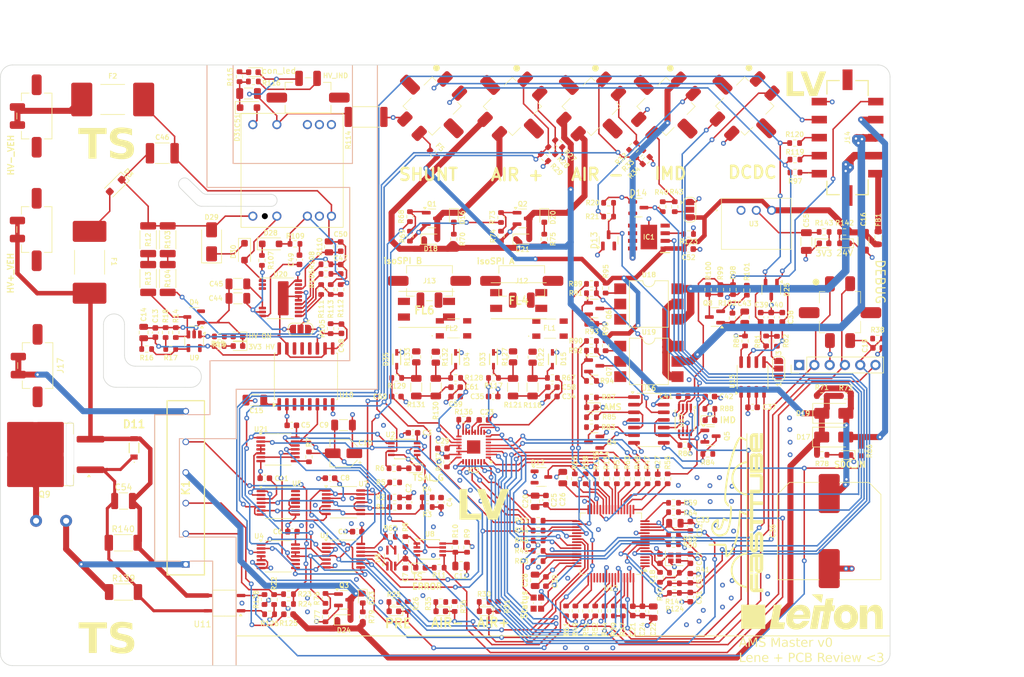
<source format=kicad_pcb>
(kicad_pcb
	(version 20240108)
	(generator "pcbnew")
	(generator_version "8.0")
	(general
		(thickness 1.6)
		(legacy_teardrops no)
	)
	(paper "A4")
	(layers
		(0 "F.Cu" signal)
		(1 "In1.Cu" signal)
		(2 "In2.Cu" signal)
		(31 "B.Cu" signal)
		(32 "B.Adhes" user "B.Adhesive")
		(33 "F.Adhes" user "F.Adhesive")
		(34 "B.Paste" user)
		(35 "F.Paste" user)
		(36 "B.SilkS" user "B.Silkscreen")
		(37 "F.SilkS" user "F.Silkscreen")
		(38 "B.Mask" user)
		(39 "F.Mask" user)
		(40 "Dwgs.User" user "User.Drawings")
		(41 "Cmts.User" user "User.Comments")
		(42 "Eco1.User" user "User.Eco1")
		(43 "Eco2.User" user "User.Eco2")
		(44 "Edge.Cuts" user)
		(45 "Margin" user)
		(46 "B.CrtYd" user "B.Courtyard")
		(47 "F.CrtYd" user "F.Courtyard")
		(48 "B.Fab" user)
		(49 "F.Fab" user)
		(50 "User.1" user)
		(51 "User.2" user)
		(52 "User.3" user)
		(53 "User.4" user)
		(54 "User.5" user)
		(55 "User.6" user)
		(56 "User.7" user)
		(57 "User.8" user)
		(58 "User.9" user)
	)
	(setup
		(stackup
			(layer "F.SilkS"
				(type "Top Silk Screen")
			)
			(layer "F.Paste"
				(type "Top Solder Paste")
			)
			(layer "F.Mask"
				(type "Top Solder Mask")
				(thickness 0.01)
			)
			(layer "F.Cu"
				(type "copper")
				(thickness 0.035)
			)
			(layer "dielectric 1"
				(type "prepreg")
				(thickness 0.1)
				(material "FR4")
				(epsilon_r 4.5)
				(loss_tangent 0.02)
			)
			(layer "In1.Cu"
				(type "copper")
				(thickness 0.035)
			)
			(layer "dielectric 2"
				(type "core")
				(thickness 1.24)
				(material "FR4")
				(epsilon_r 4.5)
				(loss_tangent 0.02)
			)
			(layer "In2.Cu"
				(type "copper")
				(thickness 0.035)
			)
			(layer "dielectric 3"
				(type "prepreg")
				(thickness 0.1)
				(material "FR4")
				(epsilon_r 4.5)
				(loss_tangent 0.02)
			)
			(layer "B.Cu"
				(type "copper")
				(thickness 0.035)
			)
			(layer "B.Mask"
				(type "Bottom Solder Mask")
				(thickness 0.01)
			)
			(layer "B.Paste"
				(type "Bottom Solder Paste")
			)
			(layer "B.SilkS"
				(type "Bottom Silk Screen")
			)
			(copper_finish "None")
			(dielectric_constraints no)
		)
		(pad_to_mask_clearance 0)
		(allow_soldermask_bridges_in_footprints no)
		(pcbplotparams
			(layerselection 0x00010fc_ffffffff)
			(plot_on_all_layers_selection 0x0000000_00000000)
			(disableapertmacros no)
			(usegerberextensions no)
			(usegerberattributes yes)
			(usegerberadvancedattributes yes)
			(creategerberjobfile yes)
			(dashed_line_dash_ratio 12.000000)
			(dashed_line_gap_ratio 3.000000)
			(svgprecision 4)
			(plotframeref no)
			(viasonmask no)
			(mode 1)
			(useauxorigin no)
			(hpglpennumber 1)
			(hpglpenspeed 20)
			(hpglpendiameter 15.000000)
			(pdf_front_fp_property_popups yes)
			(pdf_back_fp_property_popups yes)
			(dxfpolygonmode yes)
			(dxfimperialunits yes)
			(dxfusepcbnewfont yes)
			(psnegative no)
			(psa4output no)
			(plotreference yes)
			(plotvalue yes)
			(plotfptext yes)
			(plotinvisibletext no)
			(sketchpadsonfab no)
			(subtractmaskfromsilk no)
			(outputformat 1)
			(mirror no)
			(drillshape 1)
			(scaleselection 1)
			(outputdirectory "")
		)
	)
	(net 0 "")
	(net 1 "GND")
	(net 2 "+3V3")
	(net 3 "Net-(U8-~{PRE})")
	(net 4 "Net-(U8-~{CLR})")
	(net 5 "/TSAL/HV_Active_Detection/3V3_HV")
	(net 6 "HV-_Vehicle_Side")
	(net 7 "Net-(C17-Pad2)")
	(net 8 "/MCU/RCC_OSC_OUT")
	(net 9 "/MCU/NRST")
	(net 10 "Net-(C26-Pad2)")
	(net 11 "Net-(C28-Pad2)")
	(net 12 "Net-(J10-Pin_4)")
	(net 13 "/MCU/LV_I_measure")
	(net 14 "/CAN_Transceiver/CarCAN_HIGH")
	(net 15 "/CAN_Transceiver/V_{ref}")
	(net 16 "Net-(Q8-G)")
	(net 17 "Net-(JP2-B)")
	(net 18 "Net-(U20-INTVcc)")
	(net 19 "HV+_Vehicle_Side_Fused")
	(net 20 "Net-(C47-Pad1)")
	(net 21 "/HV_Indicator/ENABLE")
	(net 22 "Net-(C49-Pad1)")
	(net 23 "Net-(U20-DCM)")
	(net 24 "Net-(U20-SOURCE)")
	(net 25 "Net-(D32-K)")
	(net 26 "Net-(D31-K)")
	(net 27 "Net-(D1-A)")
	(net 28 "Net-(D2-A)")
	(net 29 "/TSAL/HV_Active_Detection/HV_1")
	(net 30 "Net-(D4-K)")
	(net 31 "Net-(D5-A)")
	(net 32 "Net-(D6-A)")
	(net 33 "/MCU/Precharge_Closed")
	(net 34 "Net-(D7-A)")
	(net 35 "Net-(D8-A)")
	(net 36 "/MCU/AIR+_Closed")
	(net 37 "Net-(D9-A)")
	(net 38 "/MCU/AIR-_Closed")
	(net 39 "Net-(D19-A)")
	(net 40 "Net-(D16-A)")
	(net 41 "/Relay_Driver/Relay_2")
	(net 42 "/Relay_0")
	(net 43 "/MCU/TEMP_TSDCDC")
	(net 44 "/Relay_Driver/Relay_3")
	(net 45 "Net-(D20-A)")
	(net 46 "Net-(D22-A)")
	(net 47 "Net-(D23-A)")
	(net 48 "/Relay_Driver/Relay_4")
	(net 49 "Net-(D26-A)")
	(net 50 "Net-(D27-A)")
	(net 51 "Net-(D28-K)")
	(net 52 "Net-(D28-A)")
	(net 53 "Net-(D29-A1)")
	(net 54 "Net-(D30-A)")
	(net 55 "Net-(D31-A)")
	(net 56 "Net-(D32-A)")
	(net 57 "/CAN_Transceiver/CarCAN_LOW")
	(net 58 "/IO/IMD_M")
	(net 59 "+24V")
	(net 60 "Net-(J14-Pin_2)")
	(net 61 "unconnected-(IC1-IS-Pad4)")
	(net 62 "Net-(IC1-DEN)")
	(net 63 "unconnected-(IC1-NC-Pad5)")
	(net 64 "/IO/IMD_Power")
	(net 65 "Net-(U12-PB15)")
	(net 66 "/IO/TSAL_GREEN")
	(net 67 "/MCU/~{AMS_ERROR_LED}")
	(net 68 "/MCU/~{IMD_ERROR_LED}")
	(net 69 "Net-(J14-Pin_3)")
	(net 70 "Net-(J14-Pin_5)")
	(net 71 "/MCU/Trace_SWO")
	(net 72 "/MCU/SWDIO_1")
	(net 73 "/MCU/SWCLK_1")
	(net 74 "Net-(JP1-C)")
	(net 75 "Net-(JP2-C)")
	(net 76 "Net-(JP3-C)")
	(net 77 "Net-(Q1-G)")
	(net 78 "Net-(Q2-G)")
	(net 79 "Net-(Q3-G)")
	(net 80 "/SDC_Latching/~{AMS_Error}")
	(net 81 "Net-(Q4-D)")
	(net 82 "/SDC_Latching/~{IMD_Error}")
	(net 83 "Net-(Q5-D)")
	(net 84 "Net-(Q6-G)")
	(net 85 "Net-(Q6-D)")
	(net 86 "Net-(Q7-D)")
	(net 87 "Net-(Q7-G)")
	(net 88 "Net-(Q8-D)")
	(net 89 "Net-(Q8-S)")
	(net 90 "/TSAL/Comp_Ref_Low")
	(net 91 "/TSAL/Comp_Ref_Closed")
	(net 92 "/TSAL/Relay_State_Detection/~{Short}")
	(net 93 "/TSAL/~{TS_Error}")
	(net 94 "Net-(U8-C)")
	(net 95 "/MCU/TS_Error")
	(net 96 "Net-(R12-Pad2)")
	(net 97 "Net-(U9--)")
	(net 98 "Net-(R17-Pad2)")
	(net 99 "Net-(U10-IND)")
	(net 100 "/Relay_Driver/aux_out0")
	(net 101 "/Relay_Driver/aux_in0")
	(net 102 "/Relay_Driver/aux_out1")
	(net 103 "/Relay_Driver/aux_in1")
	(net 104 "/Relay_Driver/aux_out2")
	(net 105 "/Relay_Driver/aux_in2")
	(net 106 "/MCU/SDC_closed")
	(net 107 "Net-(U12-PC9)")
	(net 108 "Net-(U12-BOOT0)")
	(net 109 "/MCU/Status_LED_R")
	(net 110 "Net-(D37-A)")
	(net 111 "/MCU/Status_LED_G")
	(net 112 "Net-(U12-PC2)")
	(net 113 "/MCU/Status_LED_B")
	(net 114 "Net-(U12-PA3)")
	(net 115 "Net-(U12-PA7)")
	(net 116 "Net-(U12-PB0)")
	(net 117 "Net-(U12-PA2)")
	(net 118 "Net-(U12-PA6)")
	(net 119 "Net-(U12-PA14)")
	(net 120 "Net-(U12-PA1)")
	(net 121 "/MCU/HV_Active")
	(net 122 "Net-(U12-PA13)")
	(net 123 "Net-(U12-PA0)")
	(net 124 "/MCU/AIR+_Control")
	(net 125 "/MCU/AIR-_Control")
	(net 126 "/MCU/Precharge_Control")
	(net 127 "Net-(U15-Rs)")
	(net 128 "Net-(U16A-C)")
	(net 129 "Net-(U16B-C)")
	(net 130 "Net-(U16A-Q)")
	(net 131 "Net-(U16B-Q)")
	(net 132 "Net-(U16A-~{Q})")
	(net 133 "Net-(U16B-~{Q})")
	(net 134 "Net-(R95-Pad2)")
	(net 135 "Net-(R96-Pad2)")
	(net 136 "/SDC_Latching/Reset_Signal")
	(net 137 "Net-(R103-Pad2)")
	(net 138 "Net-(U20-Vc)")
	(net 139 "Net-(U20-IREG{slash}SS)")
	(net 140 "Net-(U20-TC)")
	(net 141 "Net-(U20-FB)")
	(net 142 "Net-(J8-Pin_2)")
	(net 143 "/TSAL/Mismatch_Relay_2")
	(net 144 "/TSAL/Mismatch_Relay_1")
	(net 145 "Net-(U1-Pad11)")
	(net 146 "/TSAL/AIRs_Closed")
	(net 147 "/TSAL/Mismatch_Relay_3")
	(net 148 "/TSAL/HV_Inactive")
	(net 149 "/TSAL/TS_OK")
	(net 150 "Net-(U2-Pad1)")
	(net 151 "/TSAL/Relay_Mismatch")
	(net 152 "unconnected-(U5-Pad14)")
	(net 153 "unconnected-(U5-Pad13)")
	(net 154 "/TSAL/HV_Mismatch")
	(net 155 "unconnected-(U10-OUTA-Pad14)")
	(net 156 "unconnected-(U10-INB-Pad4)")
	(net 157 "unconnected-(U10-INC-Pad12)")
	(net 158 "unconnected-(U10-INA-Pad3)")
	(net 159 "unconnected-(U10-OUTB-Pad13)")
	(net 160 "unconnected-(U10-OUTC-Pad5)")
	(net 161 "unconnected-(U10-NC-Pad7)")
	(net 162 "unconnected-(U12-PD2-Pad54)")
	(net 163 "unconnected-(U12-PC10-Pad51)")
	(net 164 "unconnected-(U12-PC12-Pad53)")
	(net 165 "/TSAL/HV_Active_Detection/-HV_1")
	(net 166 "Net-(FL1-Pad4)")
	(net 167 "Net-(FL1-Pad3)")
	(net 168 "unconnected-(U12-PC14-Pad3)")
	(net 169 "Net-(FL1-Pad2)")
	(net 170 "unconnected-(U12-PC11-Pad52)")
	(net 171 "Net-(FL1-Pad1)")
	(net 172 "Net-(FL2-Pad4)")
	(net 173 "Net-(FL2-Pad2)")
	(net 174 "unconnected-(U12-PC13-Pad2)")
	(net 175 "unconnected-(U12-PC15-Pad4)")
	(net 176 "Net-(FL2-Pad3)")
	(net 177 "/IO/IMD_VCC")
	(net 178 "/SDC_Latching/IMD_Latch_Reset")
	(net 179 "/SDC_Latching/AMS_Latch_Reset")
	(net 180 "/SDC_Latching/SDC_1")
	(net 181 "unconnected-(U18-Pad3)")
	(net 182 "Net-(U18-Pad5)")
	(net 183 "/IO/SDC_OUT")
	(net 184 "unconnected-(U19-Pad3)")
	(net 185 "/TSAL/Relay_Connection_Error")
	(net 186 "/IO/Reset_Button_Out")
	(net 187 "/CAN_Transceiver/CarCAN_RX")
	(net 188 "Net-(FL2-Pad1)")
	(net 189 "Net-(J12-Pin_1)")
	(net 190 "/CAN_Transceiver/CarCAN_TX")
	(net 191 "Net-(J12-Pin_2)")
	(net 192 "Net-(J13-Pin_1)")
	(net 193 "Net-(J13-Pin_2)")
	(net 194 "/MCU/WAKE2")
	(net 195 "/MCU/MSTR1")
	(net 196 "/MCU/SPI1_MISO")
	(net 197 "/MCU/SPI1_SCK")
	(net 198 "/MCU/WAKE1")
	(net 199 "/MCU/INTR1")
	(net 200 "/MCU/IMB")
	(net 201 "Net-(IC2-XCVRMD2)")
	(net 202 "Net-(IC2-XCVRMD)")
	(net 203 "/MCU/SPI2_SCK")
	(net 204 "/MCU/SPI1_NSS")
	(net 205 "/MCU/IPB")
	(net 206 "/MCU/MSTR2")
	(net 207 "/MCU/IPA")
	(net 208 "/MCU/INTR2")
	(net 209 "/MCU/SPI2_MISO")
	(net 210 "/MCU/SPI1_MOSI")
	(net 211 "/MCU/SPI2_NSS")
	(net 212 "/MCU/SPI2_MOSI")
	(net 213 "/MCU/IMA")
	(net 214 "/MCU/RCC_OSC_IN")
	(net 215 "Net-(U12-PC3)")
	(net 216 "Net-(U12-PA5)")
	(net 217 "Net-(U12-PC4)")
	(net 218 "Net-(U12-PB4)")
	(net 219 "Net-(U12-PC5)")
	(net 220 "Net-(U12-PA4)")
	(net 221 "Net-(U12-PB12)")
	(net 222 "Net-(U12-PB14)")
	(net 223 "Net-(U12-PA12)")
	(net 224 "Net-(U12-PB5)")
	(net 225 "Net-(C58-Pad1)")
	(net 226 "Net-(C61-Pad1)")
	(net 227 "Net-(D15-A2)")
	(net 228 "Net-(D34-A2)")
	(net 229 "unconnected-(U20-N.C.-Pad19)")
	(net 230 "Net-(U12-PA15)")
	(net 231 "Net-(D33-A2)")
	(net 232 "Net-(D35-A2)")
	(net 233 "/MCU/AMS_NERROR")
	(net 234 "Net-(D36-A)")
	(net 235 "Net-(D11-K)")
	(net 236 "/Relay_Driver/Precharge/HV+_Akku")
	(net 237 "Net-(K1-Pad2)")
	(net 238 "Net-(K1-Pad8)")
	(net 239 "Net-(Q9-D)")
	(net 240 "Net-(R126-Pad2)")
	(net 241 "HV+_VEH")
	(net 242 "Net-(U12-PB1)")
	(net 243 "Net-(J4-Pin_4)")
	(net 244 "Net-(J4-Pin_3)")
	(net 245 "/Relay_Driver/SDC_Relay")
	(footprint "Resistor_SMD:R_1206_3216Metric" (layer "F.Cu") (at 123.65 92.35 -90))
	(footprint "FaSTTUBe_connectors:Micro_Mate-N-Lok_2x2p_vertical" (layer "F.Cu") (at 149.5 45.6 135))
	(footprint "Resistor_SMD:R_0603_1608Metric" (layer "F.Cu") (at 165.7 66.85 180))
	(footprint "Resistor_SMD:R_0805_2012Metric" (layer "F.Cu") (at 136.5 87.3 90))
	(footprint "Capacitor_SMD:C_0603_1608Metric" (layer "F.Cu") (at 166 127.3 -90))
	(footprint "Resistor_SMD:R_0603_1608Metric" (layer "F.Cu") (at 143.05 90.8 180))
	(footprint "Capacitor_SMD:C_0603_1608Metric" (layer "F.Cu") (at 181.3 80.7 90))
	(footprint "Resistor_SMD:R_2010_5025Metric" (layer "F.Cu") (at 79.05 74.25 -90))
	(footprint "Package_TO_SOT_SMD:SOT-23" (layer "F.Cu") (at 138.1 64.25))
	(footprint "MountingHole:MountingHole_3.2mm_M3" (layer "F.Cu") (at 63.85 56.25 -90))
	(footprint "Master:WCAP-ASLI_16" (layer "F.Cu") (at 189.1 116.3 90))
	(footprint "Capacitor_SMD:C_0603_1608Metric" (layer "F.Cu") (at 176.35 95.7 180))
	(footprint "Capacitor_SMD:C_0805_2012Metric" (layer "F.Cu") (at 75.05 83.25 90))
	(footprint "Capacitor_SMD:C_0603_1608Metric" (layer "F.Cu") (at 166 124.15 90))
	(footprint "Resistor_SMD:R_0603_1608Metric" (layer "F.Cu") (at 149.6 81.8))
	(footprint "Capacitor_SMD:C_0603_1608Metric" (layer "F.Cu") (at 141.974999 111.15 90))
	(footprint "Capacitor_SMD:C_0603_1608Metric" (layer "F.Cu") (at 99.15 130.15 180))
	(footprint "Package_TO_SOT_SMD:SOT-353_SC-70-5_Handsoldering" (layer "F.Cu") (at 116.25 120.8 90))
	(footprint "Resistor_SMD:R_0603_1608Metric" (layer "F.Cu") (at 151.724999 129.6 -90))
	(footprint "FaSTTUBe_connectors:Micro_Mate-N-Lok_2x5p_vertical" (layer "F.Cu") (at 192.15 50.8 -90))
	(footprint "Resistor_SMD:R_0603_1608Metric" (layer "F.Cu") (at 140.674999 114.575 180))
	(footprint "Resistor_SMD:R_0603_1608Metric" (layer "F.Cu") (at 134.5 64.1 90))
	(footprint "LED_SMD:LED_0603_1608Metric" (layer "F.Cu") (at 90.7375 85.5 180))
	(footprint "Diode_SMD:D_SOD-123F" (layer "F.Cu") (at 92.5 45.8))
	(footprint "Resistor_SMD:R_0603_1608Metric" (layer "F.Cu") (at 124.48125 128.11))
	(footprint "Package_SO:SOIC-14_3.9x8.7mm_P1.27mm" (layer "F.Cu") (at 159.1 97.8))
	(footprint "LED_SMD:LED_0603_1608Metric" (layer "F.Cu") (at 93.3 39.9 180))
	(footprint "Capacitor_SMD:C_1206_3216Metric" (layer "F.Cu") (at 90.725 77.55))
	(footprint "Resistor_SMD:R_0603_1608Metric" (layer "F.Cu") (at 105.375 73.4875))
	(footprint "Capacitor_SMD:C_0805_2012Metric" (layer "F.Cu") (at 175.05 80.7 -90))
	(footprint "Capacitor_SMD:C_1206_3216Metric" (layer "F.Cu") (at 90.725 75.15))
	(footprint "Resistor_SMD:R_0603_1608Metric" (layer "F.Cu") (at 116.8 112.3 180))
	(footprint "LED_SMD:LED_0603_1608Metric" (layer "F.Cu") (at 90.7375 83.9 180))
	(footprint "Resistor_SMD:R_0603_1608Metric" (layer "F.Cu") (at 140.674999 116.225 180))
	(footprint "Capacitor_SMD:C_0603_1608Metric" (layer "F.Cu") (at 164.8 93.85))
	(footprint "Resistor_SMD:R_0603_1608Metric" (layer "F.Cu") (at 163.35 123.25 180))
	(footprint "Resistor_SMD:R_0603_1608Metric" (layer "F.Cu") (at 122.225 112.3))
	(footprint "Master:SOD2613X114N" (layer "F.Cu") (at 143.05 87.7 -90))
	(footprint "Resistor_SMD:R_0603_1608Metric"
		(layer "F.Cu")
		(uuid "198b0f73-c9ca-4705-99e0-7bc76a62a529")
		(at 144.1 51.8 -45)
		(descr "Resistor SMD 0603 (1608 Metric), square (rectangular) end terminal, IPC_7351 nominal, (Body size source: IPC-SM-782 page 72, https://www.pcb-3d.com/wordpress/wp-content/uploads/ipc-sm-782a_amendment_1_and_2.pdf), generated with kicad-footprint-generator")
		(tags "resistor")
		(property "Reference" "R27"
			(at 2.757716 0.070711 135)
			(layer "F.SilkS")
			(uuid "2b953f5d-3d52-4764-816b-a282f4271280")
			(effects
				(font
					(size 0.8 0.8)
					(thickness 0.15)
				)
			)
		)
		(property "Value" "120"
			(at 0 1.43 135)
			(layer "F.Fab")
			(uuid "c99c9fbd-c256-45b2-9dc7-9ce618a43259")
			(effects
				(font
					(size 1 1)
					(thickness 0.15)
				)
			)
		)
		(property "Footprint" "Resistor_SMD:R_0603_1608Metric"
			(at 0 0 -45)
			(unlocked yes)
			(layer "F.Fab")
			(hide yes)
			(uuid "ada7e9dd-c8e3-4ce9-8dcc-20a966b4d3ac")
			(effects
				(font
					(size 1.27 1.27)
				)
			)
		)
		(property "Datasheet" ""
			(at 0 0 -45)
			(unlocked yes)
			(layer "F.Fab")
			(hide yes)
			(uuid "8173d614-8a93-4581-a3b1-7d48e6e56cc2")
			(effects
				(font
					(size 1.27 1.27)
				)
			)
		)
		(property "Description" "Resistor"
			(at 0 0 -45)
			(unlocked yes)
			(layer "F.Fab")
			(hide yes)
			(uuid "9a3b1d48-2eb8-4565-9301-da4eb6f2c424")
			(effects
				(font
					(size 1.27 1.27)
				)
			)
		)
		(property ki_fp_filters "R_*")
		(path "/5ce1aa0c-f98f-4b94-80bd-f188cf4c57de/e649f750-43fb-4736-9da9-c800ce3f6889/5d98537b-1064-421a-8631-9a73bc20a1f5")
		(sheetname "Relay_State_Detection1")
		(sheetfile "Relay_State_Detection.kicad_sch")
		(attr smd)
		(fp_line
			(start -0.237258 0.5225)
			(end 0.237258 0.5225)
			(stroke
				(width 0.12)
				(type solid)
			)
			(layer "F.SilkS")
			(uuid "09ac7a76-12d8-4b00-bb74-17abd1b4d886")
		)
		(fp_line
			(start -0.237258 -0.5225)
			(end 0.237258 -0.5225)
			(stroke
				(width 0.12)
				(type solid)
			)
			(layer "F.SilkS")
			(uuid "d549a9fc-4670-44af-9c49-8f0943c23ff9")
		)
		(fp_line
			(start -1.48 0.73)
			(end -1.48 -0.73)
			(stroke
				(width 0.05)
				(type solid)
			)
			(layer "F.CrtYd")
			(uuid "f568fa98-5801-4db3-bf2f-3dbf6ec1af7c")
		)
		(fp_line
			(start -1.48 -0.73)
			(end 1.48 -0.73)
			(stroke
				(width 0.05)
				(type solid)
			)
			(layer "F.CrtYd")
			(uuid "283adc5f-6304-49c4-9d68-285df47f1d36")
		)
		(fp_line
			(start 1.48 0.73)
			(end -1.48 0.73)
			(stroke
				(width 0.05)
				(type solid)
			)
			(layer "F.CrtYd")
			(uuid "4e99c24e-4e8b-40f4-941b-bc0d4f844b3e")
		)
		(fp_line
			(start 1.48 -0.73)
			(end 1.48 0.73)
			(stroke
				(width 0.05)
				(type solid)
			)
			(layer "F.CrtYd")
			(uuid "aca13e37-f9ca-4579-bbee-8db4a290cb42")
		)
		(fp_line
			(start -0.8 0.4125)
			(end -0.8 -0.4125)
			(stroke
				(width 0.1)
				(type solid)
			)
			(layer "F.Fab")
			(uuid "6410d235-f9a0-4fdb-87c7-b1839a801cdf")
		)
		(fp_line
			(start -0.8 -0.4125)
			(end 0.8 -0.4125)
			(stroke
				(width 0.1)
				(type solid)
			)
			(layer "F.Fab")
			(uuid "1f7d09bb-16f6-4899-bcc0-2f097901d92a")
		)
		(fp_line
			(start 0.8 0.4125)
			(end -0.8 0.4125)
			(stroke
				(width 0.1)
				(type solid)
			)
			(layer "F.Fab")
			(uuid "30fcdc39-f22e-4811-87a9-0661ef417654")
		)
		(fp_line
			(start 0.8 -0.4125)
			(end 0.8 0.4125)
			(stroke
				(width 0.1)
				(type solid)
			)
			(layer "F.Fab")
			(uuid "74c10b7a-f0db-4d21-9a1d-a3e5edde0316")
		)
		(fp_text user "${REFERENCE}"
			(at 0 0 135)
			(layer "F.Fab")
			(uuid "6e0ae320-c37c-4e03-bf0a-1e6eae1645d8")
			(effects
				(font
					(size 0.4 0.4)
					(thickness 0.06)
				)
			)
		)
		(pad "1" smd roundrect
			(at -0.825 0 315)
			(size 0.8 0.95)
			(layers "F.Cu" "F.Paste" "F.Mask")
			(roundrect_rratio 0.25)
			(net 102 "/Relay_Driver/aux_out1")
			(pintype "passive")
			(uuid "2b4cda9c-ee
... [2457215 chars truncated]
</source>
